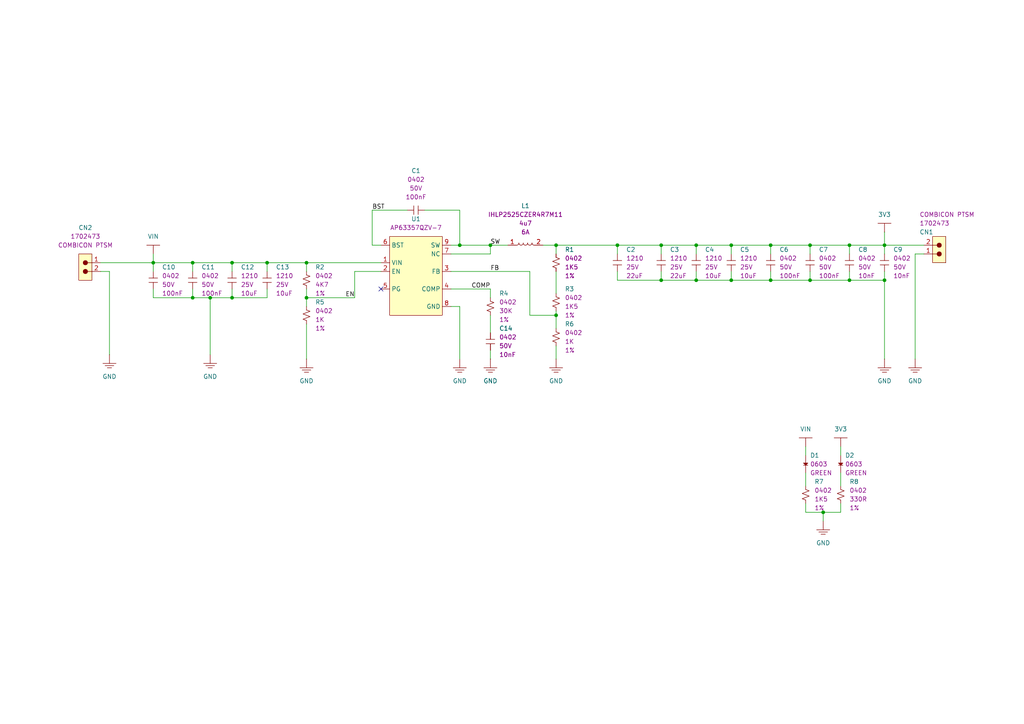
<source format=kicad_sch>
(kicad_sch (version 20211123) (generator eeschema)
  (paper "A4")
  (lib_symbols
    (symbol "CAP_0402:Cap_100n_50V_0402" (pin_numbers hide) (pin_names (offset 0) hide)
      (property "Reference" "C" (at 5.08 2.54 0))
      (property "Package" "0402" (at 0 -2.54 0))
      (property "Voltage" "50V" (at 5.715 -2.54 0))
      (property "Property" "100nF" (at 0 2.54 0))
      (symbol "Cap_100n_50V_0402_0_1"
        (polyline (pts (xy 1.905 1.27) (xy 1.905 -1.27)))
        (polyline (pts (xy 3.175 1.27) (xy 3.175 -1.27)))
      )
      (symbol "Cap_100n_50V_0402_1_1"
        (pin passive line (at 0 0 0) (length 1.905) (name "~") (number "1"))
        (pin passive line (at 5.08 0 180) (length 1.905) (name "~") (number "2"))
      )
    )
    (symbol "CAP_0402:Cap_10n_50V_0402" (pin_numbers hide) (pin_names (offset 0) hide)
      (property "Reference" "C" (at 5.08 2.54 0))
      (property "Package" "0402" (at 0 -2.54 0))
      (property "Voltage" "50V" (at 5.715 -2.54 0))
      (property "Property" "10nF" (at 0 2.54 0))
      (symbol "Cap_10n_50V_0402_0_1"
        (polyline (pts (xy 1.905 1.27) (xy 1.905 -1.27)))
        (polyline (pts (xy 3.175 1.27) (xy 3.175 -1.27)))
      )
      (symbol "Cap_10n_50V_0402_1_1"
        (pin passive line (at 0 0 0) (length 1.905) (name "~") (number "1"))
        (pin passive line (at 5.08 0 180) (length 1.905) (name "~") (number "2"))
      )
    )
    (symbol "CAP_1210:Cap_10u_25V_1210" (pin_numbers hide) (pin_names (offset 0) hide)
      (property "Reference" "C" (at 5.08 2.54 0))
      (property "Package" "1210" (at 0 -2.54 0))
      (property "Voltage" "25V" (at 5.715 -2.54 0))
      (property "Property" "10uF" (at 0 2.54 0))
      (symbol "Cap_10u_25V_1210_0_1"
        (polyline (pts (xy 1.905 1.27) (xy 1.905 -1.27)))
        (polyline (pts (xy 3.175 1.27) (xy 3.175 -1.27)))
      )
      (symbol "Cap_10u_25V_1210_1_1"
        (pin passive line (at 0 0 0) (length 1.905) (name "~") (number "1"))
        (pin passive line (at 5.08 0 180) (length 1.905) (name "~") (number "2"))
      )
    )
    (symbol "CAP_1210:Cap_22u_25V_1210" (pin_numbers hide) (pin_names (offset 0) hide)
      (property "Reference" "C" (at 5.08 2.54 0))
      (property "Package" "1210" (at 0 -2.54 0))
      (property "Voltage" "25V" (at 5.715 -2.54 0))
      (property "Property" "22uF" (at 0 2.54 0))
      (symbol "Cap_22u_25V_1210_0_1"
        (polyline (pts (xy 1.905 1.27) (xy 1.905 -1.27)))
        (polyline (pts (xy 3.175 1.27) (xy 3.175 -1.27)))
      )
      (symbol "Cap_22u_25V_1210_1_1"
        (pin passive line (at 0 0 0) (length 1.905) (name "~") (number "1"))
        (pin passive line (at 5.08 0 180) (length 1.905) (name "~") (number "2"))
      )
    )
    (symbol "CONNECTOR_SMD:SCREW_TERMINAL_2P_RA_1702473"
      (property "Reference" "CN" (at 0 8.89 0))
      (property "P/N" "1702473" (at 0 3.81 0))
      (property "Series" "COMBICON PTSM" (at 0 6.35 0))
      (symbol "SCREW_TERMINAL_2P_RA_1702473_0_0"
        (pin passive line (at 0 0 0) (length 2.54) (name "PA") (number "1"))
        (pin passive line (at 0 -2.54 0) (length 2.54) (name "PA") (number "2"))
      )
      (symbol "SCREW_TERMINAL_2P_RA_1702473_0_1"
        (polyline (pts (xy 2.54 -2.54) (xy 3.81 -2.54)))
        (polyline (pts (xy 2.54 0) (xy 3.81 0)))
        (rectangle (start 2.54 -5.08) (end 6.35 2.54) (fill (type background)))
        (circle (center 4.445 -2.54) (radius 0.635) (fill (type outline)))
        (circle (center 4.445 0) (radius 0.635) (fill (type outline)))
      )
    )
    (symbol "INDUCTOR_SMD:IHLP2525CZER4R7M11"
      (property "Reference" "L" (at -3.81 5.08 0))
      (property "P/N" "IHLP2525CZER4R7M11" (at 3.81 2.54 0))
      (property "Inductance" "4u7" (at 1.27 5.08 0))
      (property "Current" "6A" (at 8.89 5.08 0))
      (symbol "IHLP2525CZER4R7M11_0_0"
        (pin passive line (at 0 0 0) (length 2.54) (name "") (number "1"))
        (pin passive line (at 10.16 0 180) (length 2.54) (name "") (number "2"))
      )
      (symbol "IHLP2525CZER4R7M11_0_1"
        (arc (start 2.54 0) (mid 3.624 -0.449) (end 3.175 0.635))
        (arc (start 3.175 0.635) (mid 2.726 -0.449) (end 3.81 0))
        (arc (start 3.81 0) (mid 4.894 -0.449) (end 4.445 0.635))
        (arc (start 4.445 0.635) (mid 3.996 -0.449) (end 5.08 0))
        (arc (start 5.08 0) (mid 6.164 -0.449) (end 5.715 0.635))
        (arc (start 5.715 0.635) (mid 5.266 -0.449) (end 6.35 0))
        (arc (start 6.35 0) (mid 7.434 -0.449) (end 6.985 0.635))
        (arc (start 6.985 0.635) (mid 6.536 -0.449) (end 7.62 0))
      )
    )
    (symbol "LED_0603:LED_GREEN_0603" (pin_numbers hide) (pin_names (offset 0) hide)
      (property "Reference" "D" (at 5.08 2.54 0))
      (property "Package" "0603" (at 0 -2.54 0))
      (property "Property" "GREEN" (at 0 2.54 0))
      (symbol "LED_GREEN_0603_0_1"
        (polyline (pts (xy 2.2225 0.635) (xy 2.2225 -0.635)))
        (polyline (pts (xy 2.8575 0.635) (xy 2.2225 0)))
        (polyline (pts (xy 2.8575 0.635) (xy 2.8575 -0.635) (xy 2.2225 0)) (fill (type outline)))
      )
      (symbol "LED_GREEN_0603_1_1"
        (pin passive line (at 0 0 0) (length 2.159) (name "~") (number "1"))
        (pin passive line (at 5.08 0 180) (length 2.159) (name "~") (number "2"))
      )
    )
    (symbol "POWER_FLAG:3V3" (power) (in_bom no) (on_board no)
      (property "Value" "3V3" (at 0 1.27 0))
      (symbol "3V3_0_1"
        (polyline (pts (xy -1.905 0) (xy 1.905 0)))
        (polyline (pts (xy 0 0) (xy 0 -2.54)))
      )
      (symbol "3V3_1_1"
        (pin power_in line (at 0 -2.54 90) (length 0) (name "3V3") (number "1"))
      )
    )
    (symbol "POWER_FLAG:GND" (power) (in_bom no) (on_board no)
      (property "Value" "GND" (at 0 -5.08 0))
      (symbol "GND_0_1"
        (polyline (pts (xy -1.905 -2.54) (xy 1.905 -2.54)))
        (polyline (pts (xy -1.27 -3.175) (xy 1.27 -3.175)))
        (polyline (pts (xy -0.635 -3.81) (xy 0.635 -3.81)))
        (polyline (pts (xy 0 0) (xy 0 -2.54)))
      )
      (symbol "GND_1_1"
        (pin power_in line (at 0 0 270) (length 0) (name "GND") (number "1"))
      )
    )
    (symbol "POWER_FLAG:VIN" (power) (in_bom no) (on_board no)
      (property "Value" "VIN" (at 0 1.27 0))
      (symbol "VIN_0_1"
        (polyline (pts (xy -1.905 0) (xy 1.905 0)))
        (polyline (pts (xy 0 0) (xy 0 -2.54)))
      )
      (symbol "VIN_1_1"
        (pin power_in line (at 0 -2.54 90) (length 0) (name "VIN") (number "1"))
      )
    )
    (symbol "RES_0402:Res_1K5_0402" (pin_numbers hide) (pin_names (offset 0) hide)
      (property "Reference" "R" (at 5.08 2.54 0))
      (property "Package" "0402" (at 0 -2.54 0))
      (property "Property" "1K5" (at 0 2.54 0))
      (property "Tolerance" "1%" (at 5.08 -2.54 0))
      (symbol "Res_1K5_0402_1_1"
        (polyline (pts (xy 2.54 0) (xy 2.159 -1.016) (xy 1.778 0) (xy 1.397 1.016) (xy 1.016 0)))
        (polyline (pts (xy 4.064 0) (xy 3.683 -1.016) (xy 3.302 0) (xy 2.921 1.016) (xy 2.54 0)))
        (pin passive line (at 0 0 0) (length 1.016) (name "~") (number "1"))
        (pin passive line (at 5.08 0 180) (length 1.016) (name "~") (number "2"))
      )
    )
    (symbol "RES_0402:Res_1K_0402" (pin_numbers hide) (pin_names (offset 0) hide)
      (property "Reference" "R" (at 5.08 2.54 0))
      (property "Package" "0402" (at 0 -2.54 0))
      (property "Property" "1K" (at 0 2.54 0))
      (property "Tolerance" "1%" (at 5.08 -2.54 0))
      (symbol "Res_1K_0402_1_1"
        (polyline (pts (xy 2.54 0) (xy 2.159 -1.016) (xy 1.778 0) (xy 1.397 1.016) (xy 1.016 0)))
        (polyline (pts (xy 4.064 0) (xy 3.683 -1.016) (xy 3.302 0) (xy 2.921 1.016) (xy 2.54 0)))
        (pin passive line (at 0 0 0) (length 1.016) (name "~") (number "1"))
        (pin passive line (at 5.08 0 180) (length 1.016) (name "~") (number "2"))
      )
    )
    (symbol "RES_0402:Res_30K_0402" (pin_numbers hide) (pin_names (offset 0) hide)
      (property "Reference" "R" (at 5.08 2.54 0))
      (property "Package" "0402" (at 0 -2.54 0))
      (property "Property" "30K" (at 0 2.54 0))
      (property "Tolerance" "1%" (at 5.08 -2.54 0))
      (symbol "Res_30K_0402_1_1"
        (polyline (pts (xy 2.54 0) (xy 2.159 -1.016) (xy 1.778 0) (xy 1.397 1.016) (xy 1.016 0)))
        (polyline (pts (xy 4.064 0) (xy 3.683 -1.016) (xy 3.302 0) (xy 2.921 1.016) (xy 2.54 0)))
        (pin passive line (at 0 0 0) (length 1.016) (name "~") (number "1"))
        (pin passive line (at 5.08 0 180) (length 1.016) (name "~") (number "2"))
      )
    )
    (symbol "RES_0402:Res_330_0402" (pin_numbers hide) (pin_names (offset 0) hide)
      (property "Reference" "R" (at 5.08 2.54 0))
      (property "Package" "0402" (at 0 -2.54 0))
      (property "Property" "330R" (at 0 2.54 0))
      (property "Tolerance" "1%" (at 5.08 -2.54 0))
      (symbol "Res_330_0402_1_1"
        (polyline (pts (xy 2.54 0) (xy 2.159 -1.016) (xy 1.778 0) (xy 1.397 1.016) (xy 1.016 0)))
        (polyline (pts (xy 4.064 0) (xy 3.683 -1.016) (xy 3.302 0) (xy 2.921 1.016) (xy 2.54 0)))
        (pin passive line (at 0 0 0) (length 1.016) (name "~") (number "1"))
        (pin passive line (at 5.08 0 180) (length 1.016) (name "~") (number "2"))
      )
    )
    (symbol "RES_0402:Res_4K7_0402" (pin_numbers hide) (pin_names (offset 0) hide)
      (property "Reference" "R" (at 5.08 2.54 0))
      (property "Package" "0402" (at 0 -2.54 0))
      (property "Property" "4K7" (at 0 2.54 0))
      (property "Tolerance" "1%" (at 5.08 -2.54 0))
      (symbol "Res_4K7_0402_1_1"
        (polyline (pts (xy 2.54 0) (xy 2.159 -1.016) (xy 1.778 0) (xy 1.397 1.016) (xy 1.016 0)))
        (polyline (pts (xy 4.064 0) (xy 3.683 -1.016) (xy 3.302 0) (xy 2.921 1.016) (xy 2.54 0)))
        (pin passive line (at 0 0 0) (length 1.016) (name "~") (number "1"))
        (pin passive line (at 5.08 0 180) (length 1.016) (name "~") (number "2"))
      )
    )
    (symbol "SWITCHING_REG:AP63357QZV"
      (property "Reference" "U" (at 3.81 6.35 0))
      (property "P/N" "AP63357QZV-7" (at 10.16 3.81 0))
      (symbol "AP63357QZV_0_0"
        (pin power_in line (at 0 -5.08 0) (length 2.54) (name "VIN") (number "1"))
        (pin input line (at 0 -7.62 0) (length 2.54) (name "EN") (number "2"))
        (pin output line (at 20.32 -7.62 180) (length 2.54) (name "FB") (number "3"))
        (pin passive line (at 20.32 -12.7 180) (length 2.54) (name "COMP") (number "4"))
        (pin open_collector line (at 0 -12.7 0) (length 2.54) (name "PG") (number "5"))
        (pin input line (at 0 0 0) (length 2.54) (name "BST") (number "6"))
        (pin passive line (at 20.32 -2.54 180) (length 2.54) (name "NC") (number "7"))
        (pin power_in line (at 20.32 -17.78 180) (length 2.54) (name "GND") (number "8"))
        (pin power_out line (at 20.32 0 180) (length 2.54) (name "SW") (number "9"))
      )
      (symbol "AP63357QZV_0_1"
        (rectangle (start 2.54 2.54) (end 17.78 -20.32) (fill (type background)))
      )
    )
  )
  (junction (at 246.38 81.28))
  (junction (at 256.54 81.28))
  (junction (at 212.09 71.12))
  (junction (at 161.29 71.12))
  (junction (at 201.93 81.28))
  (junction (at 238.76 148.59))
  (junction (at 67.31 76.2))
  (junction (at 256.54 71.12))
  (junction (at 223.52 81.28))
  (junction (at 234.95 71.12))
  (junction (at 223.52 71.12))
  (junction (at 77.47 76.2))
  (junction (at 212.09 81.28))
  (junction (at 44.45 76.2))
  (junction (at 88.9 86.36))
  (junction (at 246.38 71.12))
  (junction (at 133.35 71.12))
  (junction (at 179.07 71.12))
  (junction (at 161.29 91.44))
  (junction (at 88.9 76.2))
  (junction (at 55.88 86.36))
  (junction (at 55.88 76.2))
  (junction (at 234.95 81.28))
  (junction (at 191.77 81.28))
  (junction (at 67.31 86.36))
  (junction (at 201.93 71.12))
  (junction (at 142.24 71.12))
  (junction (at 191.77 71.12))
  (junction (at 60.96 86.36))
  (no_connect (at 110.49 83.82))
  (wire (pts (xy 67.31 76.2) (xy 67.31 78.74)))
  (wire (pts (xy 88.9 76.2) (xy 110.49 76.2)))
  (wire (pts (xy 88.9 93.98) (xy 88.9 104.14)))
  (wire (pts (xy 130.81 73.66) (xy 142.24 73.66)))
  (wire (pts (xy 256.54 78.74) (xy 256.54 81.28)))
  (wire (pts (xy 142.24 101.6) (xy 142.24 104.14)))
  (wire (pts (xy 67.31 86.36) (xy 77.47 86.36)))
  (wire (pts (xy 243.84 146.05) (xy 243.84 148.59)))
  (wire (pts (xy 123.19 60.96) (xy 133.35 60.96)))
  (wire (pts (xy 179.07 81.28) (xy 191.77 81.28)))
  (wire (pts (xy 212.09 71.12) (xy 212.09 73.66)))
  (wire (pts (xy 88.9 78.74) (xy 88.9 76.2)))
  (wire (pts (xy 67.31 83.82) (xy 67.31 86.36)))
  (wire (pts (xy 133.35 88.9) (xy 130.81 88.9)))
  (wire (pts (xy 234.95 71.12) (xy 234.95 73.66)))
  (wire (pts (xy 256.54 67.31) (xy 256.54 71.12)))
  (wire (pts (xy 142.24 73.66) (xy 142.24 71.12)))
  (wire (pts (xy 223.52 78.74) (xy 223.52 81.28)))
  (wire (pts (xy 107.95 71.12) (xy 110.49 71.12)))
  (wire (pts (xy 191.77 78.74) (xy 191.77 81.28)))
  (wire (pts (xy 55.88 76.2) (xy 55.88 78.74)))
  (wire (pts (xy 191.77 71.12) (xy 191.77 73.66)))
  (wire (pts (xy 107.95 60.96) (xy 107.95 71.12)))
  (wire (pts (xy 256.54 71.12) (xy 267.97 71.12)))
  (wire (pts (xy 102.87 86.36) (xy 88.9 86.36)))
  (wire (pts (xy 60.96 86.36) (xy 67.31 86.36)))
  (wire (pts (xy 55.88 83.82) (xy 55.88 86.36)))
  (wire (pts (xy 161.29 100.33) (xy 161.29 104.14)))
  (wire (pts (xy 142.24 83.82) (xy 142.24 86.36)))
  (wire (pts (xy 142.24 91.44) (xy 142.24 96.52)))
  (wire (pts (xy 31.75 78.74) (xy 31.75 102.87)))
  (wire (pts (xy 161.29 78.74) (xy 161.29 85.09)))
  (wire (pts (xy 29.21 78.74) (xy 31.75 78.74)))
  (wire (pts (xy 212.09 81.28) (xy 223.52 81.28)))
  (wire (pts (xy 267.97 73.66) (xy 265.43 73.66)))
  (wire (pts (xy 161.29 71.12) (xy 179.07 71.12)))
  (wire (pts (xy 243.84 129.54) (xy 243.84 132.08)))
  (wire (pts (xy 110.49 78.74) (xy 102.87 78.74)))
  (wire (pts (xy 55.88 86.36) (xy 60.96 86.36)))
  (wire (pts (xy 161.29 91.44) (xy 161.29 95.25)))
  (wire (pts (xy 29.21 76.2) (xy 44.45 76.2)))
  (wire (pts (xy 246.38 71.12) (xy 246.38 73.66)))
  (wire (pts (xy 223.52 71.12) (xy 223.52 73.66)))
  (wire (pts (xy 44.45 76.2) (xy 55.88 76.2)))
  (wire (pts (xy 161.29 90.17) (xy 161.29 91.44)))
  (wire (pts (xy 238.76 148.59) (xy 243.84 148.59)))
  (wire (pts (xy 246.38 78.74) (xy 246.38 81.28)))
  (wire (pts (xy 77.47 86.36) (xy 77.47 83.82)))
  (wire (pts (xy 44.45 73.66) (xy 44.45 76.2)))
  (wire (pts (xy 246.38 81.28) (xy 256.54 81.28)))
  (wire (pts (xy 265.43 73.66) (xy 265.43 104.14)))
  (wire (pts (xy 191.77 71.12) (xy 179.07 71.12)))
  (wire (pts (xy 233.68 146.05) (xy 233.68 148.59)))
  (wire (pts (xy 142.24 71.12) (xy 147.32 71.12)))
  (wire (pts (xy 223.52 71.12) (xy 212.09 71.12)))
  (wire (pts (xy 233.68 129.54) (xy 233.68 132.08)))
  (wire (pts (xy 133.35 71.12) (xy 142.24 71.12)))
  (wire (pts (xy 161.29 91.44) (xy 153.67 91.44)))
  (wire (pts (xy 44.45 83.82) (xy 44.45 86.36)))
  (wire (pts (xy 161.29 73.66) (xy 161.29 71.12)))
  (wire (pts (xy 153.67 78.74) (xy 130.81 78.74)))
  (wire (pts (xy 201.93 71.12) (xy 191.77 71.12)))
  (wire (pts (xy 55.88 76.2) (xy 67.31 76.2)))
  (wire (pts (xy 256.54 81.28) (xy 256.54 104.14)))
  (wire (pts (xy 60.96 102.87) (xy 60.96 86.36)))
  (wire (pts (xy 118.11 60.96) (xy 107.95 60.96)))
  (wire (pts (xy 179.07 71.12) (xy 179.07 73.66)))
  (wire (pts (xy 234.95 81.28) (xy 246.38 81.28)))
  (wire (pts (xy 201.93 81.28) (xy 212.09 81.28)))
  (wire (pts (xy 201.93 78.74) (xy 201.93 81.28)))
  (wire (pts (xy 102.87 78.74) (xy 102.87 86.36)))
  (wire (pts (xy 157.48 71.12) (xy 161.29 71.12)))
  (wire (pts (xy 256.54 73.66) (xy 256.54 71.12)))
  (wire (pts (xy 201.93 71.12) (xy 201.93 73.66)))
  (wire (pts (xy 153.67 91.44) (xy 153.67 78.74)))
  (wire (pts (xy 179.07 78.74) (xy 179.07 81.28)))
  (wire (pts (xy 243.84 137.16) (xy 243.84 140.97)))
  (wire (pts (xy 233.68 137.16) (xy 233.68 140.97)))
  (wire (pts (xy 212.09 71.12) (xy 201.93 71.12)))
  (wire (pts (xy 67.31 76.2) (xy 77.47 76.2)))
  (wire (pts (xy 246.38 71.12) (xy 234.95 71.12)))
  (wire (pts (xy 234.95 78.74) (xy 234.95 81.28)))
  (wire (pts (xy 77.47 76.2) (xy 77.47 78.74)))
  (wire (pts (xy 133.35 104.14) (xy 133.35 88.9)))
  (wire (pts (xy 44.45 86.36) (xy 55.88 86.36)))
  (wire (pts (xy 223.52 81.28) (xy 234.95 81.28)))
  (wire (pts (xy 212.09 78.74) (xy 212.09 81.28)))
  (wire (pts (xy 133.35 60.96) (xy 133.35 71.12)))
  (wire (pts (xy 88.9 83.82) (xy 88.9 86.36)))
  (wire (pts (xy 88.9 86.36) (xy 88.9 88.9)))
  (wire (pts (xy 234.95 71.12) (xy 223.52 71.12)))
  (wire (pts (xy 77.47 76.2) (xy 88.9 76.2)))
  (wire (pts (xy 191.77 81.28) (xy 201.93 81.28)))
  (wire (pts (xy 130.81 83.82) (xy 142.24 83.82)))
  (wire (pts (xy 130.81 71.12) (xy 133.35 71.12)))
  (wire (pts (xy 238.76 148.59) (xy 238.76 151.13)))
  (wire (pts (xy 44.45 78.74) (xy 44.45 76.2)))
  (wire (pts (xy 256.54 71.12) (xy 246.38 71.12)))
  (wire (pts (xy 233.68 148.59) (xy 238.76 148.59)))
  (label "FB" (at 142.24 78.74 0))
  (label "COMP" (at 142.24 83.82 180))
  (label "BST" (at 107.95 60.96 0))
  (label "EN" (at 102.87 86.36 180))
  (label "SW" (at 142.24 71.12 0))
  (symbol (lib_id "CAP_0402:Cap_100n_50V_0402") (at 234.95 78.74 90) (unit 1)
    (property "Reference" "C7" (at 237.49 72.3899 90) (effects (justify right)))
    (property "Value" "Cap_100n_50V_0402" (effects hide))
    (property "Footprint" "CAP_SMD:CAP_0402_LEAST" (effects hide))
    (property "Datasheet" "https://www.murata.com/-/media/webrenewal/support/library/catalog/products/capacitor/ceramiccapacitor/c03e.ashx?la=en-us&cvid=20200707014404000000" (effects hide))
    (property "Purchase Link" "https://www.digikey.com/en/products/detail/murata-electronics/GCM155R71H104KE02J/4903705" (effects hide))
    (property "P/N" "GCM155R71H104KE02J" (effects hide))
    (property "MFR" "Murata Electronics" (effects hide))
    (property "Package" "0402" (at 237.49 74.9299 90) (effects (justify right)))
    (property "Voltage" "50V" (at 237.49 77.4699 90) (effects (justify right)))
    (property "Property" "100nF" (at 237.49 80.0099 90) (effects (justify right)))
    (property "Tolerance" "10%" (effects hide))
  )
  (symbol (lib_id "CAP_1210:Cap_10u_25V_1210") (at 77.47 83.82 90) (unit 1)
    (property "Reference" "C13" (at 80.01 77.4699 90) (effects (justify right)))
    (property "Value" "Cap_10u_25V_1210" (effects hide))
    (property "Footprint" "CAP_SMD:CAP_1210_LEAST" (effects hide))
    (property "Datasheet" "https://www.murata.com/-/media/webrenewal/support/library/catalog/products/capacitor/ceramiccapacitor/c03e.ashx?la=en-us&cvid=20200707014404000000" (effects hide))
    (property "Purchase Link" "https://www.digikey.com/en/products/detail/murata-electronics/GCJ32ER71E106KA18K/7363208" (effects hide))
    (property "P/N" "GCJ32ER71E106KA18K" (effects hide))
    (property "MFR" "Murata Electronics" (effects hide))
    (property "Package" "1210" (at 80.01 80.0099 90) (effects (justify right)))
    (property "Voltage" "25V" (at 80.01 82.5499 90) (effects (justify right)))
    (property "Property" "10uF" (at 80.01 85.0899 90) (effects (justify right)))
    (property "Tolerance" "10%" (effects hide))
  )
  (symbol (lib_id "CONNECTOR_SMD:SCREW_TERMINAL_2P_RA_1702473") (at 267.97 73.66 0) (mirror x) (unit 1)
    (property "Reference" "CN1" (at 266.7 67.31 0) (effects (justify left)))
    (property "Value" "SCREW_TERMINAL_2P_RA_1702473" (effects hide))
    (property "Footprint" "CONNECTOR_SMD:SCREW_TERMINAL_2P_RA_1702473" (effects hide))
    (property "Datasheet" "https://media.digikey.com/PDF/Data%20Sheets/Phoenix%20Contact%20PDFs/1702473.pdf" (effects hide))
    (property "Purchase Link" "https://www.digikey.com/en/products/detail/phoenix-contact/1702473/2643218" (effects hide))
    (property "MFR" "Phoenix Contact" (effects hide))
    (property "P/N" "1702473" (at 266.7 64.77 0) (effects (justify left)))
    (property "Positions" "2" (effects hide))
    (property "Pitch" "2.5" (effects hide))
    (property "Orientation" "Right Angle" (effects hide))
    (property "Series" "COMBICON PTSM" (at 266.7 62.23 0) (effects (justify left)))
  )
  (symbol (lib_id "INDUCTOR_SMD:IHLP2525CZER4R7M11") (at 147.32 71.12 0) (unit 1)
    (property "Reference" "L1" (at 152.4 59.69 0))
    (property "Value" "IHLP2525CZER4R7M11" (effects hide))
    (property "Footprint" "INDUCTOR_SMD:IND_6.5X6.5" (effects hide))
    (property "Datasheet" "https://www.vishay.com/docs/34190/ihlp-2525cz-11.pdf" (effects hide))
    (property "Purchase Link" "https://www.digikey.com/en/products/detail/vishay-dale/IHLP2525CZER4R7M11/1220682" (effects hide))
    (property "P/N" "IHLP2525CZER4R7M11" (at 152.4 62.23 0))
    (property "MFR" "Vishay Dale" (effects hide))
    (property "Inductance" "4u7" (at 152.4 64.77 0))
    (property "Current" "6A" (at 152.4 67.31 0))
    (property "Size" "6.86x6.47mm" (effects hide))
  )
  (symbol (lib_id "RES_0402:Res_4K7_0402") (at 88.9 83.82 90) (unit 1)
    (property "Reference" "R2" (at 91.44 77.4699 90) (effects (justify right)))
    (property "Value" "Res_4K7_0402" (effects hide))
    (property "Footprint" "RES_SMD:RES_0402_LEAST" (effects hide))
    (property "Datasheet" "https://www.yageo.com/upload/media/product/productsearch/datasheet/rchip/PYu-AC_51_RoHS_L_8.pdf" (effects hide))
    (property "Purchase Link" "https://www.digikey.com/en/products/detail/yageo/AC0402FR-074K7L/5895396" (effects hide))
    (property "P/N" "AC0402FR-074K7L" (effects hide))
    (property "MFR" "YAGEO" (effects hide))
    (property "Package" "0402" (at 91.44 80.0099 90) (effects (justify right)))
    (property "Power" "1/10W" (effects hide))
    (property "Property" "4K7" (at 91.44 82.5499 90) (effects (justify right)))
    (property "Tolerance" "1%" (at 91.44 85.0899 90) (effects (justify right)))
  )
  (symbol (lib_id "CAP_0402:Cap_100n_50V_0402") (at 55.88 83.82 90) (unit 1)
    (property "Reference" "C11" (at 58.42 77.4699 90) (effects (justify right)))
    (property "Value" "Cap_100n_50V_0402" (effects hide))
    (property "Footprint" "CAP_SMD:CAP_0402_LEAST" (effects hide))
    (property "Datasheet" "https://www.murata.com/-/media/webrenewal/support/library/catalog/products/capacitor/ceramiccapacitor/c03e.ashx?la=en-us&cvid=20200707014404000000" (effects hide))
    (property "Purchase Link" "https://www.digikey.com/en/products/detail/murata-electronics/GCM155R71H104KE02J/4903705" (effects hide))
    (property "P/N" "GCM155R71H104KE02J" (effects hide))
    (property "MFR" "Murata Electronics" (effects hide))
    (property "Package" "0402" (at 58.42 80.0099 90) (effects (justify right)))
    (property "Voltage" "50V" (at 58.42 82.5499 90) (effects (justify right)))
    (property "Property" "100nF" (at 58.42 85.0899 90) (effects (justify right)))
    (property "Tolerance" "10%" (effects hide))
  )
  (symbol (lib_id "POWER_FLAG:GND") (at 238.76 151.13 0) (unit 1) (in_bom no) (on_board no)
    (property "Reference" "#GND09" (effects hide))
    (property "Value" "GND" (at 238.76 157.48 0))
  )
  (symbol (lib_id "RES_0402:Res_30K_0402") (at 142.24 91.44 90) (unit 1)
    (property "Reference" "R4" (at 144.78 85.0899 90) (effects (justify right)))
    (property "Value" "Res_30K_0402" (effects hide))
    (property "Footprint" "RES_SMD:RES_0402_LEAST" (effects hide))
    (property "Datasheet" "https://industrial.panasonic.com/cdbs/www-data/pdf/RDA0000/AOA0000C304.pdf" (effects hide))
    (property "Purchase Link" "https://www.digikey.com/en/products/detail/panasonic-electronic-components/ERJ-2RKF3002X/1746183" (effects hide))
    (property "P/N" "ERJ-2RKF3002X" (effects hide))
    (property "MFR" "Panasonic Electronic Components" (effects hide))
    (property "Package" "0402" (at 144.78 87.6299 90) (effects (justify right)))
    (property "Power" "1/10W" (effects hide))
    (property "Property" "30K" (at 144.78 90.1699 90) (effects (justify right)))
    (property "Tolerance" "1%" (at 144.78 92.7099 90) (effects (justify right)))
  )
  (symbol (lib_id "POWER_FLAG:GND") (at 256.54 104.14 0) (unit 1) (in_bom no) (on_board no)
    (property "Reference" "#GND07" (effects hide))
    (property "Value" "GND" (at 256.54 110.49 0))
  )
  (symbol (lib_id "CAP_0402:Cap_100n_50V_0402") (at 44.45 83.82 90) (unit 1)
    (property "Reference" "C10" (at 46.99 77.4699 90) (effects (justify right)))
    (property "Value" "Cap_100n_50V_0402" (effects hide))
    (property "Footprint" "CAP_SMD:CAP_0402_LEAST" (effects hide))
    (property "Datasheet" "https://www.murata.com/-/media/webrenewal/support/library/catalog/products/capacitor/ceramiccapacitor/c03e.ashx?la=en-us&cvid=20200707014404000000" (effects hide))
    (property "Purchase Link" "https://www.digikey.com/en/products/detail/murata-electronics/GCM155R71H104KE02J/4903705" (effects hide))
    (property "P/N" "GCM155R71H104KE02J" (effects hide))
    (property "MFR" "Murata Electronics" (effects hide))
    (property "Package" "0402" (at 46.99 80.0099 90) (effects (justify right)))
    (property "Voltage" "50V" (at 46.99 82.5499 90) (effects (justify right)))
    (property "Property" "100nF" (at 46.99 85.0899 90) (effects (justify right)))
    (property "Tolerance" "10%" (effects hide))
  )
  (symbol (lib_id "RES_0402:Res_1K5_0402") (at 161.29 90.17 90) (unit 1)
    (property "Reference" "R3" (at 163.83 83.8199 90) (effects (justify right)))
    (property "Value" "Res_1K5_0402" (effects hide))
    (property "Footprint" "RES_SMD:RES_0402_LEAST" (effects hide))
    (property "Datasheet" "https://www.yageo.com/upload/media/product/productsearch/datasheet/rchip/PYu-AC_51_RoHS_L_8.pdf" (effects hide))
    (property "Purchase Link" "https://www.digikey.com/en/products/detail/yageo/AC0402FR-071K5L/5895144" (effects hide))
    (property "P/N" "AC0402FR-071K5L" (effects hide))
    (property "MFR" "YAGEO" (effects hide))
    (property "Package" "0402" (at 163.83 86.3599 90) (effects (justify right)))
    (property "Power" "1/10W" (effects hide))
    (property "Property" "1K5" (at 163.83 88.8999 90) (effects (justify right)))
    (property "Tolerance" "1%" (at 163.83 91.4399 90) (effects (justify right)))
  )
  (symbol (lib_id "CAP_1210:Cap_10u_25V_1210") (at 201.93 78.74 90) (unit 1)
    (property "Reference" "C4" (at 204.47 72.3899 90) (effects (justify right)))
    (property "Value" "Cap_10u_25V_1210" (effects hide))
    (property "Footprint" "CAP_SMD:CAP_1210_LEAST" (effects hide))
    (property "Datasheet" "https://www.murata.com/-/media/webrenewal/support/library/catalog/products/capacitor/ceramiccapacitor/c03e.ashx?la=en-us&cvid=20200707014404000000" (effects hide))
    (property "Purchase Link" "https://www.digikey.com/en/products/detail/murata-electronics/GCJ32ER71E106KA18K/7363208" (effects hide))
    (property "P/N" "GCJ32ER71E106KA18K" (effects hide))
    (property "MFR" "Murata Electronics" (effects hide))
    (property "Package" "1210" (at 204.47 74.9299 90) (effects (justify right)))
    (property "Voltage" "25V" (at 204.47 77.4699 90) (effects (justify right)))
    (property "Property" "10uF" (at 204.47 80.0099 90) (effects (justify right)))
    (property "Tolerance" "10%" (effects hide))
  )
  (symbol (lib_id "SWITCHING_REG:AP63357QZV") (at 110.49 71.12 0) (unit 1)
    (property "Reference" "U1" (at 120.65 63.5 0))
    (property "Value" "AP63357QZV" (effects hide))
    (property "Footprint" "PACKAGE_DFN:VDFN3020-13-DiodeInc" (effects hide))
    (property "Datasheet" "https://www.diodes.com/assets/Datasheets/AP63356Q_AP63357Q.pdf" (effects hide))
    (property "Purchase Link" "https://www.digikey.com/en/products/detail/diodes-incorporated/AP63357QZV-7/13536880" (effects hide))
    (property "P/N" "AP63357QZV-7" (at 120.65 66.04 0))
    (property "MFR" "Diodes Incorporated" (effects hide))
    (property "Package" "13-PowerVFDFN" (effects hide))
    (property "Vin" "3.8 - 32V" (effects hide))
    (property "Vout" "0.8 - 31V" (effects hide))
    (property "Iout" "3.5A" (effects hide))
  )
  (symbol (lib_id "POWER_FLAG:GND") (at 60.96 102.87 0) (unit 1) (in_bom no) (on_board no)
    (property "Reference" "#GND02" (effects hide))
    (property "Value" "GND" (at 60.96 109.22 0))
  )
  (symbol (lib_id "POWER_FLAG:GND") (at 88.9 104.14 0) (unit 1) (in_bom no) (on_board no)
    (property "Reference" "#GND03" (effects hide))
    (property "Value" "GND" (at 88.9 110.49 0))
  )
  (symbol (lib_id "POWER_FLAG:VIN") (at 233.68 127 0) (unit 1) (in_bom no) (on_board no)
    (property "Reference" "#VIN02" (effects hide))
    (property "Value" "VIN" (at 233.68 124.46 0))
  )
  (symbol (lib_id "POWER_FLAG:GND") (at 142.24 104.14 0) (unit 1) (in_bom no) (on_board no)
    (property "Reference" "#GND05" (effects hide))
    (property "Value" "GND" (at 142.24 110.49 0))
  )
  (symbol (lib_id "RES_0402:Res_1K_0402") (at 161.29 100.33 90) (unit 1)
    (property "Reference" "R6" (at 163.83 93.9799 90) (effects (justify right)))
    (property "Value" "Res_1K_0402" (effects hide))
    (property "Footprint" "RES_SMD:RES_0402_LEAST" (effects hide))
    (property "Datasheet" "https://www.yageo.com/upload/media/product/productsearch/datasheet/rchip/PYu-AC_51_RoHS_L_8.pdf" (effects hide))
    (property "Purchase Link" "https://www.digikey.com/en/products/detail/yageo/AC0402FR-071KL/2827801" (effects hide))
    (property "P/N" "AC0402FR-071KL" (effects hide))
    (property "MFR" "YAGEO" (effects hide))
    (property "Package" "0402" (at 163.83 96.5199 90) (effects (justify right)))
    (property "Power" "1/10W" (effects hide))
    (property "Property" "1K" (at 163.83 99.0599 90) (effects (justify right)))
    (property "Tolerance" "1%" (at 163.83 101.5999 90) (effects (justify right)))
  )
  (symbol (lib_id "RES_0402:Res_330_0402") (at 243.84 146.05 90) (unit 1)
    (property "Reference" "R8" (at 246.38 139.6999 90) (effects (justify right)))
    (property "Value" "Res_330_0402" (effects hide))
    (property "Footprint" "RES_SMD:RES_0402_LEAST" (effects hide))
    (property "Datasheet" "https://www.yageo.com/upload/media/product/productsearch/datasheet/rchip/PYu-AC_51_RoHS_L_8.pdf" (effects hide))
    (property "Purchase Link" "https://www.digikey.com/en/products/detail/yageo/AC0402FR-07330RL/5895287" (effects hide))
    (property "P/N" "AC0402FR-07330RL" (effects hide))
    (property "MFR" "YAGEO" (effects hide))
    (property "Package" "0402" (at 246.38 142.2399 90) (effects (justify right)))
    (property "Power" "1/10W" (effects hide))
    (property "Property" "330R" (at 246.38 144.7799 90) (effects (justify right)))
    (property "Tolerance" "1%" (at 246.38 147.3199 90) (effects (justify right)))
  )
  (symbol (lib_id "RES_0402:Res_1K5_0402") (at 233.68 146.05 90) (unit 1)
    (property "Reference" "R7" (at 236.22 139.6999 90) (effects (justify right)))
    (property "Value" "Res_1K5_0402" (effects hide))
    (property "Footprint" "RES_SMD:RES_0402_LEAST" (effects hide))
    (property "Datasheet" "https://www.yageo.com/upload/media/product/productsearch/datasheet/rchip/PYu-AC_51_RoHS_L_8.pdf" (effects hide))
    (property "Purchase Link" "https://www.digikey.com/en/products/detail/yageo/AC0402FR-071K5L/5895144" (effects hide))
    (property "P/N" "AC0402FR-071K5L" (effects hide))
    (property "MFR" "YAGEO" (effects hide))
    (property "Package" "0402" (at 236.22 142.2399 90) (effects (justify right)))
    (property "Power" "1/10W" (effects hide))
    (property "Property" "1K5" (at 236.22 144.7799 90) (effects (justify right)))
    (property "Tolerance" "1%" (at 236.22 147.3199 90) (effects (justify right)))
  )
  (symbol (lib_id "CAP_0402:Cap_100n_50V_0402") (at 223.52 78.74 90) (unit 1)
    (property "Reference" "C6" (at 226.06 72.3899 90) (effects (justify right)))
    (property "Value" "Cap_100n_50V_0402" (effects hide))
    (property "Footprint" "CAP_SMD:CAP_0402_LEAST" (effects hide))
    (property "Datasheet" "https://www.murata.com/-/media/webrenewal/support/library/catalog/products/capacitor/ceramiccapacitor/c03e.ashx?la=en-us&cvid=20200707014404000000" (effects hide))
    (property "Purchase Link" "https://www.digikey.com/en/products/detail/murata-electronics/GCM155R71H104KE02J/4903705" (effects hide))
    (property "P/N" "GCM155R71H104KE02J" (effects hide))
    (property "MFR" "Murata Electronics" (effects hide))
    (property "Package" "0402" (at 226.06 74.9299 90) (effects (justify right)))
    (property "Voltage" "50V" (at 226.06 77.4699 90) (effects (justify right)))
    (property "Property" "100nF" (at 226.06 80.0099 90) (effects (justify right)))
    (property "Tolerance" "10%" (effects hide))
  )
  (symbol (lib_id "POWER_FLAG:VIN") (at 44.45 71.12 0) (unit 1) (in_bom no) (on_board no)
    (property "Reference" "#VIN01" (effects hide))
    (property "Value" "VIN" (at 44.45 68.58 0))
  )
  (symbol (lib_id "CAP_0402:Cap_10n_50V_0402") (at 246.38 78.74 90) (unit 1)
    (property "Reference" "C8" (at 248.92 72.3899 90) (effects (justify right)))
    (property "Value" "Cap_10n_50V_0402" (effects hide))
    (property "Footprint" "CAP_SMD:CAP_0402_LEAST" (effects hide))
    (property "Datasheet" "https://www.murata.com/-/media/webrenewal/support/library/catalog/products/capacitor/ceramiccapacitor/c03e.ashx?la=en-us&cvid=20200707014404000000" (effects hide))
    (property "Purchase Link" "https://www.digikey.com/en/products/detail/murata-electronics/GCM155R71H103KA55J/2591297" (effects hide))
    (property "P/N" "GCM155R71H103KA55J" (effects hide))
    (property "MFR" "Murata Electronics" (effects hide))
    (property "Package" "0402" (at 248.92 74.9299 90) (effects (justify right)))
    (property "Voltage" "50V" (at 248.92 77.4699 90) (effects (justify right)))
    (property "Property" "10nF" (at 248.92 80.0099 90) (effects (justify right)))
    (property "Tolerance" "5%" (effects hide))
  )
  (symbol (lib_id "RES_0402:Res_1K5_0402") (at 161.29 78.74 90) (unit 1)
    (property "Reference" "R1" (at 163.83 72.3899 90) (effects (justify right)))
    (property "Value" "Res_1K5_0402" (effects hide))
    (property "Footprint" "RES_SMD:RES_0402_LEAST" (effects hide))
    (property "Datasheet" "https://www.yageo.com/upload/media/product/productsearch/datasheet/rchip/PYu-AC_51_RoHS_L_8.pdf" (effects hide))
    (property "Purchase Link" "https://www.digikey.com/en/products/detail/yageo/AC0402FR-071K5L/5895144" (effects hide))
    (property "P/N" "AC0402FR-071K5L" (effects hide))
    (property "MFR" "YAGEO" (effects hide))
    (property "Package" "0402" (at 163.83 74.9299 90) (effects (justify right)))
    (property "Power" "1/10W" (effects hide))
    (property "Property" "1K5" (at 163.83 77.4699 90) (effects (justify right)))
    (property "Tolerance" "1%" (at 163.83 80.0099 90) (effects (justify right)))
  )
  (symbol (lib_id "POWER_FLAG:GND") (at 133.35 104.14 0) (unit 1) (in_bom no) (on_board no)
    (property "Reference" "#GND04" (effects hide))
    (property "Value" "GND" (at 133.35 110.49 0))
  )
  (symbol (lib_id "CAP_1210:Cap_10u_25V_1210") (at 212.09 78.74 90) (unit 1)
    (property "Reference" "C5" (at 214.63 72.3899 90) (effects (justify right)))
    (property "Value" "Cap_10u_25V_1210" (effects hide))
    (property "Footprint" "CAP_SMD:CAP_1210_LEAST" (effects hide))
    (property "Datasheet" "https://www.murata.com/-/media/webrenewal/support/library/catalog/products/capacitor/ceramiccapacitor/c03e.ashx?la=en-us&cvid=20200707014404000000" (effects hide))
    (property "Purchase Link" "https://www.digikey.com/en/products/detail/murata-electronics/GCJ32ER71E106KA18K/7363208" (effects hide))
    (property "P/N" "GCJ32ER71E106KA18K" (effects hide))
    (property "MFR" "Murata Electronics" (effects hide))
    (property "Package" "1210" (at 214.63 74.9299 90) (effects (justify right)))
    (property "Voltage" "25V" (at 214.63 77.4699 90) (effects (justify right)))
    (property "Property" "10uF" (at 214.63 80.0099 90) (effects (justify right)))
    (property "Tolerance" "10%" (effects hide))
  )
  (symbol (lib_id "POWER_FLAG:GND") (at 161.29 104.14 0) (unit 1) (in_bom no) (on_board no)
    (property "Reference" "#GND06" (effects hide))
    (property "Value" "GND" (at 161.29 110.49 0))
  )
  (symbol (lib_id "CAP_1210:Cap_22u_25V_1210") (at 179.07 78.74 90) (unit 1)
    (property "Reference" "C2" (at 181.61 72.3899 90) (effects (justify right)))
    (property "Value" "Cap_22u_25V_1210" (effects hide))
    (property "Footprint" "CAP_SMD:CAP_1210_LEAST" (effects hide))
    (property "Datasheet" "https://www.murata.com/-/media/webrenewal/support/library/catalog/products/capacitor/ceramiccapacitor/c03e.ashx?la=en-us&cvid=20200707014404000000" (effects hide))
    (property "Purchase Link" "https://www.digikey.com/en/products/detail/murata-electronics/GRM32ER71E226KE15K/13904980" (effects hide))
    (property "P/N" "GRM32ER71E226KE15K" (effects hide))
    (property "MFR" "Murata Electronics" (effects hide))
    (property "Package" "1210" (at 181.61 74.9299 90) (effects (justify right)))
    (property "Voltage" "25V" (at 181.61 77.4699 90) (effects (justify right)))
    (property "Property" "22uF" (at 181.61 80.0099 90) (effects (justify right)))
    (property "Tolerance" "10%" (effects hide))
  )
  (symbol (lib_id "CAP_1210:Cap_22u_25V_1210") (at 191.77 78.74 90) (unit 1)
    (property "Reference" "C3" (at 194.31 72.3899 90) (effects (justify right)))
    (property "Value" "Cap_22u_25V_1210" (effects hide))
    (property "Footprint" "CAP_SMD:CAP_1210_LEAST" (effects hide))
    (property "Datasheet" "https://www.murata.com/-/media/webrenewal/support/library/catalog/products/capacitor/ceramiccapacitor/c03e.ashx?la=en-us&cvid=20200707014404000000" (effects hide))
    (property "Purchase Link" "https://www.digikey.com/en/products/detail/murata-electronics/GRM32ER71E226KE15K/13904980" (effects hide))
    (property "P/N" "GRM32ER71E226KE15K" (effects hide))
    (property "MFR" "Murata Electronics" (effects hide))
    (property "Package" "1210" (at 194.31 74.9299 90) (effects (justify right)))
    (property "Voltage" "25V" (at 194.31 77.4699 90) (effects (justify right)))
    (property "Property" "22uF" (at 194.31 80.0099 90) (effects (justify right)))
    (property "Tolerance" "10%" (effects hide))
  )
  (symbol (lib_id "CAP_0402:Cap_10n_50V_0402") (at 256.54 78.74 90) (unit 1)
    (property "Reference" "C9" (at 259.08 72.3899 90) (effects (justify right)))
    (property "Value" "Cap_10n_50V_0402" (effects hide))
    (property "Footprint" "CAP_SMD:CAP_0402_LEAST" (effects hide))
    (property "Datasheet" "https://www.murata.com/-/media/webrenewal/support/library/catalog/products/capacitor/ceramiccapacitor/c03e.ashx?la=en-us&cvid=20200707014404000000" (effects hide))
    (property "Purchase Link" "https://www.digikey.com/en/products/detail/murata-electronics/GCM155R71H103KA55J/2591297" (effects hide))
    (property "P/N" "GCM155R71H103KA55J" (effects hide))
    (property "MFR" "Murata Electronics" (effects hide))
    (property "Package" "0402" (at 259.08 74.9299 90) (effects (justify right)))
    (property "Voltage" "50V" (at 259.08 77.4699 90) (effects (justify right)))
    (property "Property" "10nF" (at 259.08 80.0099 90) (effects (justify right)))
    (property "Tolerance" "5%" (effects hide))
  )
  (symbol (lib_id "CONNECTOR_SMD:SCREW_TERMINAL_2P_RA_1702473") (at 29.21 76.2 0) (mirror y) (unit 1)
    (property "Reference" "CN2" (at 24.765 66.04 0))
    (property "Value" "SCREW_TERMINAL_2P_RA_1702473" (effects hide))
    (property "Footprint" "CONNECTOR_SMD:SCREW_TERMINAL_2P_RA_1702473" (effects hide))
    (property "Datasheet" "https://media.digikey.com/PDF/Data%20Sheets/Phoenix%20Contact%20PDFs/1702473.pdf" (effects hide))
    (property "Purchase Link" "https://www.digikey.com/en/products/detail/phoenix-contact/1702473/2643218" (effects hide))
    (property "MFR" "Phoenix Contact" (effects hide))
    (property "P/N" "1702473" (at 24.765 68.58 0))
    (property "Positions" "2" (effects hide))
    (property "Pitch" "2.5" (effects hide))
    (property "Orientation" "Right Angle" (effects hide))
    (property "Series" "COMBICON PTSM" (at 24.765 71.12 0))
  )
  (symbol (lib_id "POWER_FLAG:3V3") (at 243.84 127 0) (unit 1) (in_bom no) (on_board no)
    (property "Reference" "#3V02" (effects hide))
    (property "Value" "3V3" (at 243.84 124.46 0))
  )
  (symbol (lib_id "CAP_0402:Cap_100n_50V_0402") (at 118.11 60.96 0) (unit 1)
    (property "Reference" "C1" (at 120.65 49.53 0))
    (property "Value" "Cap_100n_50V_0402" (effects hide))
    (property "Footprint" "CAP_SMD:CAP_0402_LEAST" (effects hide))
    (property "Datasheet" "https://www.murata.com/-/media/webrenewal/support/library/catalog/products/capacitor/ceramiccapacitor/c03e.ashx?la=en-us&cvid=20200707014404000000" (effects hide))
    (property "Purchase Link" "https://www.digikey.com/en/products/detail/murata-electronics/GCM155R71H104KE02J/4903705" (effects hide))
    (property "P/N" "GCM155R71H104KE02J" (effects hide))
    (property "MFR" "Murata Electronics" (effects hide))
    (property "Package" "0402" (at 120.65 52.07 0))
    (property "Voltage" "50V" (at 120.65 54.61 0))
    (property "Property" "100nF" (at 120.65 57.15 0))
    (property "Tolerance" "10%" (effects hide))
  )
  (symbol (lib_id "POWER_FLAG:3V3") (at 256.54 64.77 0) (unit 1) (in_bom no) (on_board no)
    (property "Reference" "#3V01" (effects hide))
    (property "Value" "3V3" (at 256.54 62.23 0))
  )
  (symbol (lib_id "CAP_1210:Cap_10u_25V_1210") (at 67.31 83.82 90) (unit 1)
    (property "Reference" "C12" (at 69.85 77.4699 90) (effects (justify right)))
    (property "Value" "Cap_10u_25V_1210" (effects hide))
    (property "Footprint" "CAP_SMD:CAP_1210_LEAST" (effects hide))
    (property "Datasheet" "https://www.murata.com/-/media/webrenewal/support/library/catalog/products/capacitor/ceramiccapacitor/c03e.ashx?la=en-us&cvid=20200707014404000000" (effects hide))
    (property "Purchase Link" "https://www.digikey.com/en/products/detail/murata-electronics/GCJ32ER71E106KA18K/7363208" (effects hide))
    (property "P/N" "GCJ32ER71E106KA18K" (effects hide))
    (property "MFR" "Murata Electronics" (effects hide))
    (property "Package" "1210" (at 69.85 80.0099 90) (effects (justify right)))
    (property "Voltage" "25V" (at 69.85 82.5499 90) (effects (justify right)))
    (property "Property" "10uF" (at 69.85 85.0899 90) (effects (justify right)))
    (property "Tolerance" "10%" (effects hide))
  )
  (symbol (lib_id "CAP_0402:Cap_10n_50V_0402") (at 142.24 101.6 90) (unit 1)
    (property "Reference" "C14" (at 144.78 95.2499 90) (effects (justify right)))
    (property "Value" "Cap_10n_50V_0402" (effects hide))
    (property "Footprint" "CAP_SMD:CAP_0402_LEAST" (effects hide))
    (property "Datasheet" "https://www.murata.com/-/media/webrenewal/support/library/catalog/products/capacitor/ceramiccapacitor/c03e.ashx?la=en-us&cvid=20200707014404000000" (effects hide))
    (property "Purchase Link" "https://www.digikey.com/en/products/detail/murata-electronics/GCM155R71H103KA55J/2591297" (effects hide))
    (property "P/N" "GCM155R71H103KA55J" (effects hide))
    (property "MFR" "Murata Electronics" (effects hide))
    (property "Package" "0402" (at 144.78 97.7899 90) (effects (justify right)))
    (property "Voltage" "50V" (at 144.78 100.3299 90) (effects (justify right)))
    (property "Property" "10nF" (at 144.78 102.8699 90) (effects (justify right)))
    (property "Tolerance" "5%" (effects hide))
  )
  (symbol (lib_id "POWER_FLAG:GND") (at 265.43 104.14 0) (unit 1) (in_bom no) (on_board no)
    (property "Reference" "#GND08" (effects hide))
    (property "Value" "GND" (at 265.43 110.49 0))
  )
  (symbol (lib_id "LED_0603:LED_GREEN_0603") (at 233.68 137.16 90) (unit 1)
    (property "Reference" "D1" (at 234.95 132.0799 90) (effects (justify right)))
    (property "Value" "LED_GREEN_0603" (effects hide))
    (property "Footprint" "LED_SMD:LED_0603_LEAST" (effects hide))
    (property "Datasheet" "https://media.digikey.com/pdf/Data%20Sheets/Lite-On%20PDFs/LTST-C191GKT.pdf" (effects hide))
    (property "Purchase Link" "https://www.digikey.com/en/products/detail/lite-on-inc/LTST-C191GKT/386829" (effects hide))
    (property "P/N" "LTST-C191GKT" (effects hide))
    (property "MFR" "Lite-On Inc." (effects hide))
    (property "Package" "0603" (at 234.95 134.6199 90) (effects (justify right)))
    (property "Vf" "2.1V" (effects hide))
    (property "Property" "GREEN" (at 234.95 137.1599 90) (effects (justify right)))
  )
  (symbol (lib_id "RES_0402:Res_1K_0402") (at 88.9 93.98 90) (unit 1)
    (property "Reference" "R5" (at 91.44 87.6299 90) (effects (justify right)))
    (property "Value" "Res_1K_0402" (effects hide))
    (property "Footprint" "RES_SMD:RES_0402_LEAST" (effects hide))
    (property "Datasheet" "https://www.yageo.com/upload/media/product/productsearch/datasheet/rchip/PYu-AC_51_RoHS_L_8.pdf" (effects hide))
    (property "Purchase Link" "https://www.digikey.com/en/products/detail/yageo/AC0402FR-071KL/2827801" (effects hide))
    (property "P/N" "AC0402FR-071KL" (effects hide))
    (property "MFR" "YAGEO" (effects hide))
    (property "Package" "0402" (at 91.44 90.1699 90) (effects (justify right)))
    (property "Power" "1/10W" (effects hide))
    (property "Property" "1K" (at 91.44 92.7099 90) (effects (justify right)))
    (property "Tolerance" "1%" (at 91.44 95.2499 90) (effects (justify right)))
  )
  (symbol (lib_id "POWER_FLAG:GND") (at 31.75 102.87 0) (unit 1) (in_bom no) (on_board no)
    (property "Reference" "#GND01" (effects hide))
    (property "Value" "GND" (at 31.75 109.22 0))
  )
  (symbol (lib_id "LED_0603:LED_GREEN_0603") (at 243.84 137.16 90) (unit 1)
    (property "Reference" "D2" (at 245.11 132.0799 90) (effects (justify right)))
    (property "Value" "LED_GREEN_0603" (effects hide))
    (property "Footprint" "LED_SMD:LED_0603_LEAST" (effects hide))
    (property "Datasheet" "https://media.digikey.com/pdf/Data%20Sheets/Lite-On%20PDFs/LTST-C191GKT.pdf" (effects hide))
    (property "Purchase Link" "https://www.digikey.com/en/products/detail/lite-on-inc/LTST-C191GKT/386829" (effects hide))
    (property "P/N" "LTST-C191GKT" (effects hide))
    (property "MFR" "Lite-On Inc." (effects hide))
    (property "Package" "0603" (at 245.11 134.6199 90) (effects (justify right)))
    (property "Vf" "2.1V" (effects hide))
    (property "Property" "GREEN" (at 245.11 137.1599 90) (effects (justify right)))
  )
)
</source>
